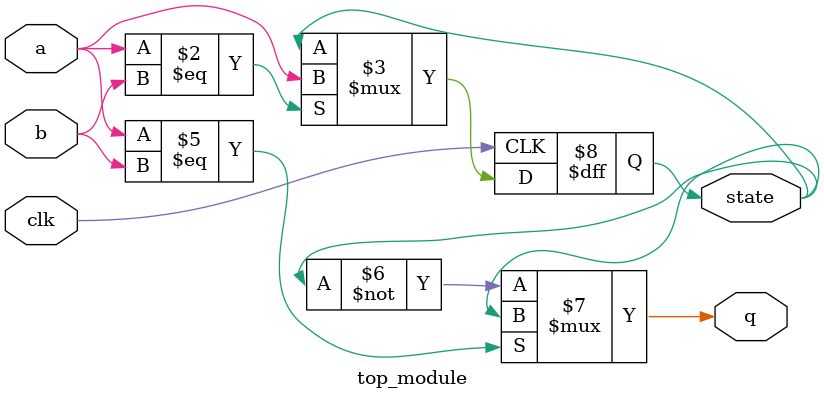
<source format=v>
module top_module (
    input clk,
    input a,
    input b,
    output q,
    output state  );
    always @(posedge clk)
        state <= (a==b) ? a : state; 
    always@* q = (a==b) ? state : ~state;
endmodule

</source>
